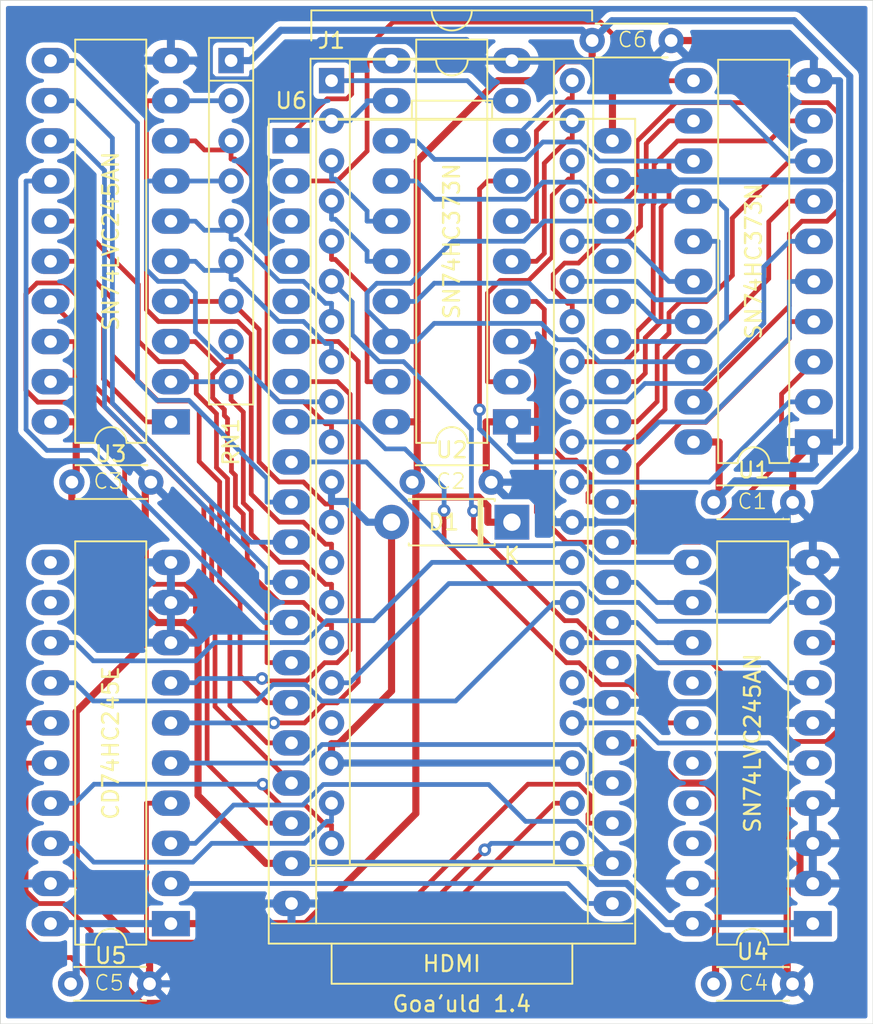
<source format=kicad_pcb>
(kicad_pcb (version 20211014) (generator pcbnew)
  (title_block (title "MSX-IDE 2021") (date "2021-08-05") (company "MSXmakers"))
  (layers (0 "F.Cu" signal "Top") (31 "B.Cu" signal "Bottom") (34 "B.Paste" user) (35 "F.Paste" user) (36 "B.SilkS" user "B.Silkscreen") (37 "F.SilkS" user "F.Silkscreen") (38 "B.Mask" user) (39 "F.Mask" user) (44 "Edge.Cuts" user))
  (net 0 "")
  (net 1 "VCC_3V3")
  (net 2 "GND")
  (net 3 "VCC_5V")
  (net 6 "MP0_33")
  (net 7 "A0")
  (net 8 "MP1_33")
  (net 9 "MP2_33")
  (net 10 "MP3_33")
  (net 11 "MERQ")
  (net 12 "IORQ")
  (net 13 "RD")
  (net 14 "WR")
  (net 15 "RESET")
  (net 16 "CLOCK")
  (net 17 "D0")
  (net 18 "D1")
  (net 19 "D2")
  (net 20 "D3")
  (net 21 "D4")
  (net 22 "D5")
  (net 23 "D6")
  (net 24 "D7")
  (net 25 "A1")
  (net 26 "A2")
  (net 27 "A3")
  (net 28 "A4")
  (net 29 "A5")
  (net 30 "A6")
  (net 31 "A7")
  (net 32 "A9")
  (net 33 "A15")
  (net 34 "A11")
  (net 35 "A10")
  (net 36 "A12")
  (net 37 "A8")
  (net 38 "A14")
  (net 39 "A13")
  (net 40 "DATADIR_33")
  (net 41 "M1")
  (net 42 "RFSH")
  (net 43 "MSEL0_33")
  (net 44 "MP4_33")
  (net 45 "MP5_33")
  (net 46 "MP6_33")
  (net 47 "WAIT")
  (net 48 "INT")
  (net 49 "MP7_33")
  (net 50 "MSEL1_33")
  (net 53 "WAIT_33")
  (net 55 "INT_33")
  (net 56 "RFSH_33")
  (net 57 "M1_33")
  (net 59 "VCC_4V7")
  (net 61 "CLOCK_33")
  (net 62 "RESET_33")
  (net 63 "WR_33")
  (net 64 "RD_33")
  (net 65 "IORQ_33")
  (net 66 "MERQ_33")
  (net 68 "D7_33")
  (net 69 "D6_33")
  (net 70 "D5_33")
  (net 71 "D4_33")
  (net 72 "D3_33")
  (net 73 "D2_33")
  (net 74 "D1_33")
  (net 75 "D0_33")
  (footprint "Package_DIP:DIP-20_W7.62mm_LongPads" (layer "F.Cu") (at 170.245 99.065 180)
    (fp_text reference "U1")
    (fp_text value "SN74HC373N")
  )
  (footprint "Mis_huellas:Tang_Nano_20k" (layer "F.Cu") (at 137.175 80.005)
    (fp_text reference "U6")
    (fp_text value "Tang_Nano_20k")
  )
  (footprint "Package_DIP:DIP-20_W7.62mm_LongPads" (layer "F.Cu") (at 129.54 129.54 180)
    (fp_text reference "U5")
    (fp_text value "CD74HC245E")
  )
  (footprint "Package_DIP:DIP-20_W7.62mm_LongPads" (layer "F.Cu") (at 129.54 97.79 180)
    (fp_text reference "U3")
    (fp_text value "SN74LVC245AN")
  )
  (footprint "Mis_huellas:C_Disc_D4.3mm_W1.9mm_P5.00mm" (layer "F.Cu") (at 163.895 133.355)
    (fp_text reference "C4")
    (fp_text value "100n" hide)
  )
  (footprint "Package_DIP:DIP-20_W7.62mm_LongPads" (layer "F.Cu") (at 170.18 129.54 180)
    (fp_text reference "U4")
    (fp_text value "SN74LVC245AN")
  )
  (footprint "Mis_huellas:C_Disc_D4.3mm_W1.9mm_P5.00mm" (layer "F.Cu") (at 156.21 73.66)
    (fp_text reference "C6")
    (fp_text value "100n" hide)
  )
  (footprint "Resistor_THT:R_Array_SIP9" (layer "F.Cu") (at 133.35 74.93 -90)
    (fp_text reference "RN1")
    (fp_text value "R_Network08")
  )
  (footprint "Diode_THT:D_DO-41_SOD81_P7.62mm_Horizontal" (layer "F.Cu") (at 151.13 104.14 180)
    (fp_text reference "D1")
    (fp_text value "1N5817")
  )
  (footprint "Mis_huellas:C_Disc_D4.3mm_W1.9mm_P5.00mm" (layer "F.Cu") (at 123.19 133.35)
    (fp_text reference "C5")
    (fp_text value "100n" hide)
  )
  (footprint "Mis_huellas:C_Disc_D4.3mm_W1.9mm_P5.00mm" (layer "F.Cu") (at 123.27 101.6)
    (fp_text reference "C3")
    (fp_text value "100n" hide)
  )
  (footprint "Package_DIP:DIP-40_W15.24mm_Socket" (layer "F.Cu") (at 139.71 76.2)
    (fp_text reference "J1")
    (fp_text value "Z80CPU")
  )
  (footprint "Mis_huellas:C_Disc_D4.3mm_W1.9mm_P5.00mm" (layer "F.Cu") (at 163.905 102.88)
    (fp_text reference "C1")
    (fp_text value "100n" hide)
  )
  (footprint "Mis_huellas:C_Disc_D4.3mm_W1.9mm_P5.00mm" (layer "F.Cu") (at 144.82 101.605)
    (fp_text reference "C2")
    (fp_text value "100n" hide)
  )
  (footprint "Package_DIP:DIP-20_W7.62mm_LongPads" (layer "F.Cu") (at 151.13 97.79 180)
    (fp_text reference "U2")
    (fp_text value "SN74HC373N")
  )
  (gr_line (start 138.43 71.755) (end 138.43 73.66) (layer "F.SilkS") (width 0.12))
  (gr_line (start 138.43 71.755) (end 156.21 71.755) (layer "F.SilkS") (width 0.12))
  (gr_arc (start 148.59 71.755) (mid 147.32 73.025) (end 146.05 71.755) (layer "F.SilkS") (width 0.12))
  (gr_line (start 156.21 71.755) (end 156.21 72.39) (layer "F.SilkS") (width 0.12))
  (gr_rect (start 118.745 71.12) (end 173.99 135.89) (layer "Edge.Cuts") (width 0.05) (fill none))
  (gr_text "Goa'uld 1.4" (at 147.955 134.62) (layer "F.SilkS") (effects (font (size 1 1))))
  (gr_text "HDMI" (at 147.32 132.08) (layer "F.SilkS") (effects (font (size 1 1))))
  (segment (start 123.5451 101.3249) (end 123.5451 97.79) (width 0.45) (layer "F.Cu") (net 1))
  (segment (start 164.1851 121.4007) (end 163.4344 120.65) (width 0.45) (layer "F.Cu") (net 1))
  (segment (start 163.4344 120.65) (end 161.6651 120.65) (width 0.45) (layer "F.Cu") (net 1))
  (segment (start 157.495 118.105) (end 159.1201 118.105) (width 0.45) (layer "F.Cu") (net 1))
  (segment (start 164.0226 129.54) (end 164.1851 129.3775) (width 0.45) (layer "F.Cu") (net 1))
  (segment (start 164.0226 133.2274) (end 163.895 133.355) (width 0.45) (layer "F.Cu") (net 1))
  (segment (start 164.1851 129.3775) (end 164.1851 121.4007) (width 0.45) (layer "F.Cu") (net 1))
  (segment (start 131.2579 111.337) (end 131.2579 121.433) (width 0.45) (layer "F.Cu") (net 1))
  (segment (start 123.27 101.6) (end 123.5451 101.3249) (width 0.45) (layer "F.Cu") (net 1))
  (segment (start 123.27 101.6) (end 123.27 105.096) (width 0.45) (layer "F.Cu") (net 1))
  (segment (start 130.4109 110.49) (end 131.2579 111.337) (width 0.45) (layer "F.Cu") (net 1))
  (segment (start 137.175 125.725) (end 135.5499 125.725) (width 0.45) (layer "F.Cu") (net 1))
  (segment (start 162.56 129.54) (end 164.0226 129.54) (width 0.45) (layer "F.Cu") (net 1))
  (segment (start 164.0226 129.54) (end 164.0226 133.2274) (width 0.45) (layer "F.Cu") (net 1))
  (segment (start 121.92 97.79) (end 123.5451 97.79) (width 0.45) (layer "F.Cu") (net 1))
  (segment (start 128.664 110.49) (end 130.4109 110.49) (width 0.45) (layer "F.Cu") (net 1))
  (segment (start 123.27 105.096) (end 128.664 110.49) (width 0.45) (layer "F.Cu") (net 1))
  (segment (start 161.6651 120.65) (end 159.1201 118.105) (width 0.45) (layer "F.Cu") (net 1))
  (segment (start 131.2579 121.433) (end 135.5499 125.725) (width 0.45) (layer "F.Cu") (net 1))
  (segment (start 156.565 126.995) (end 158.3899 126.995) (width 0.45) (layer "B.Cu") (net 1))
  (segment (start 162.56 129.54) (end 160.9349 129.54) (width 0.45) (layer "B.Cu") (net 1))
  (segment (start 158.3899 126.995) (end 160.9349 129.54) (width 0.45) (layer "B.Cu") (net 1))
  (segment (start 162.56 129.54) (end 170.18 129.54) (width 0.45) (layer "B.Cu") (net 1))
  (segment (start 155.295 125.725) (end 156.565 126.995) (width 0.45) (layer "B.Cu") (net 1))
  (segment (start 137.175 125.725) (end 155.295 125.725) (width 0.45) (layer "B.Cu") (net 1))
  (segment (start 168.905 100.405) (end 168.905 102.88) (width 0.45) (layer "F.Cu") (net 2))
  (segment (start 169.3675 124.46) (end 168.5549 124.46) (width 0.45) (layer "F.Cu") (net 2))
  (segment (start 170.245 99.065) (end 168.905 100.405) (width 0.45) (layer "F.Cu") (net 2))
  (segment (start 170.18 121.92) (end 168.5549 121.92) (width 0.45) (layer "F.Cu") (net 2))
  (segment (start 170.18 124.46) (end 169.3675 124.46) (width 0.45) (layer "F.Cu") (net 2))
  (segment (start 168.5549 121.92) (end 168.5549 124.46) (width 0.45) (layer "F.Cu") (net 2))
  (segment (start 128.19 131.6449) (end 123.5451 127) (width 0.45) (layer "F.Cu") (net 2))
  (segment (start 129.54 111.76) (end 127.9149 111.76) (width 0.45) (layer "F.Cu") (net 2))
  (segment (start 121.92 127) (end 123.5451 127) (width 0.45) (layer "F.Cu") (net 2))
  (segment (start 127.9149 111.76) (end 123.5451 116.1298) (width 0.45) (layer "F.Cu") (net 2))
  (segment (start 123.5451 116.1298) (end 123.5451 127) (width 0.45) (layer "F.Cu") (net 2))
  (segment (start 166.0749 73.66) (end 168.6199 76.205) (width 0.45) (layer "F.Cu") (net 2))
  (segment (start 170.18 127) (end 169.3675 127) (width 0.45) (layer "F.Cu") (net 2))
  (segment (start 170.245 76.205) (end 168.6199 76.205) (width 0.45) (layer "F.Cu") (net 2))
  (segment (start 168.895 133.355) (end 168.5549 133.0149) (width 0.45) (layer "F.Cu") (net 2))
  (segment (start 129.54 106.68) (end 127.9149 106.68) (width 0.45) (layer "F.Cu") (net 2))
  (segment (start 127.9149 101.9551) (end 127.9149 106.68) (width 0.45) (layer "F.Cu") (net 2))
  (segment (start 169.3675 127) (end 168.5549 127) (width 0.45) (layer "F.Cu") (net 2))
  (segment (start 149.82 101.605) (end 149.5049 101.2899) (width 0.45) (layer "F.Cu") (net 2))
  (segment (start 161.21 73.66) (end 166.0749 73.66) (width 0.45) (layer "F.Cu") (net 2))
  (segment (start 169.3675 127) (end 169.3675 124.46) (width 0.45) (layer "F.Cu") (net 2))
  (segment (start 168.5549 133.0149) (end 168.5549 127) (width 0.45) (layer "F.Cu") (net 2))
  (segment (start 128.27 101.6) (end 127.9149 101.9551) (width 0.45) (layer "F.Cu") (net 2))
  (segment (start 151.13 97.79) (end 149.5049 97.79) (width 0.45) (layer "F.Cu") (net 2))
  (segment (start 128.19 133.35) (end 128.19 131.6449) (width 0.45) (layer "F.Cu") (net 2))
  (segment (start 149.5049 101.2899) (end 149.5049 97.79) (width 0.45) (layer "F.Cu") (net 2))
  (segment (start 169.7464 106.68) (end 168.5549 106.68) (width 0.45) (layer "B.Cu") (net 2))
  (segment (start 171.8051 108.7122) (end 171.8051 116.84) (width 0.45) (layer "B.Cu") (net 2))
  (segment (start 169.7464 106.68) (end 169.7729 106.68) (width 0.45) (layer "B.Cu") (net 2))
  (segment (start 168.5549 106.68) (end 168.5549 104.14) (width 0.45) (layer "B.Cu") (net 2))
  (segment (start 129.54 74.93) (end 131.1651 74.93) (width 0.45) (layer "B.Cu") (net 2))
  (segment (start 151.13 74.93) (end 149.5049 74.93) (width 0.45) (layer "B.Cu") (net 2))
  (segment (start 137.175 128.265) (end 135.5499 128.265) (width 0.45) (layer "B.Cu") (net 2))
  (segment (start 123.5451 96.8751) (end 123.5451 95.25) (width 0.45) (layer "B.Cu") (net 2))
  (segment (start 168.5549 103.2301) (end 168.905 102.88) (width 0.45) (layer "B.Cu") (net 2))
  (segment (start 168.895 133.355) (end 166.6988 131.1588) (width 0.45) (layer "B.Cu") (net 2))
  (segment (start 170.18 116.84) (end 171.8051 116.84) (width 0.45) (layer "B.Cu") (net 2))
  (segment (start 166.6988 131.1588) (end 141.6939 131.1588) (width 0.45) (layer "B.Cu") (net 2))
  (segment (start 171.8051 121.92) (end 171.8051 116.84) (width 0.45) (layer "B.Cu") (net 2))
  (segment (start 137.175 128.265) (end 138.8001 128.265) (width 0.45) (layer "B.Cu") (net 2))
  (segment (start 129.54 111.76) (end 127.9149 111.76) (width 0.45) (layer "B.Cu") (net 2))
  (segment (start 171.8701 82.545) (end 159.1201 82.545) (width 0.45) (layer "B.Cu") (net 2))
  (segment (start 154.95 104.14) (end 153.7249 104.14) (width 0.45) (layer "B.Cu") (net 2))
  (segment (start 169.7464 116.84) (end 168.5549 116.84) (width 0.45) (layer "B.Cu") (net 2))
  (segment (start 141.6939 131.1588) (end 138.8001 128.265) (width 0.45) (layer "B.Cu") (net 2))
  (segment (start 149.82 101.605) (end 151.4437 101.605) (width 0.45) (layer "B.Cu") (net 2))
  (segment (start 148.235 73.6601) (end 139.0251 73.6601) (width 0.45) (layer "B.Cu") (net 2))
  (segment (start 132.287 76.1551) (end 131.1651 75.0332) (width 0.45) (layer "B.Cu") (net 2))
  (segment (start 135.5499 128.265) (end 130.4649 133.35) (width 0.45) (layer "B.Cu") (net 2))
  (segment (start 136.5301 76.1551) (end 132.287 76.1551) (width 0.45) (layer "B.Cu") (net 2))
  (segment (start 167.2799 115.565) (end 157.495 115.565) (width 0.45) (layer "B.Cu") (net 2))
  (segment (start 171.8701 82.545) (end 171.8701 76.205) (width 0.45) (layer "B.Cu") (net 2))
  (segment (start 128.27 101.6) (end 123.5451 96.8751) (width 0.45) (layer "B.Cu") (net 2))
  (segment (start 169.7464 116.84) (end 170.18 116.84) (width 0.45) (layer "B.Cu") (net 2))
  (segment (start 159.94 74.93) (end 151.13 74.93) (width 0.45) (layer "B.Cu") (net 2))
  (segment (start 169.7729 106.68) (end 171.8051 108.7122) (width 0.45) (layer "B.Cu") (net 2))
  (segment (start 131.1651 75.0332) (end 131.1651 74.93) (width 0.45) (layer "B.Cu") (net 2))
  (segment (start 129.54 106.68) (end 127.9149 106.68) (width 0.45) (layer "B.Cu") (net 2))
  (segment (start 162.56 127) (end 170.18 127) (width 0.45) (layer "B.Cu") (net 2))
  (segment (start 121.92 95.25) (end 123.5451 95.25) (width 0.45) (layer "B.Cu") (net 2))
  (segment (start 168.5549 116.84) (end 167.2799 115.565) (width 0.45) (layer "B.Cu") (net 2))
  (segment (start 170.245 76.205) (end 171.8701 76.205) (width 0.45) (layer "B.Cu") (net 2))
  (segment (start 170.18 106.68) (end 169.7464 106.68) (width 0.45) (layer "B.Cu") (net 2))
  (segment (start 127.9149 111.76) (end 127.9149 109.22) (width 0.45) (layer "B.Cu") (net 2))
  (segment (start 149.5049 74.93) (end 148.235 73.6601) (width 0.45) (layer "B.Cu") (net 2))
  (segment (start 168.5549 104.14) (end 168.5549 103.2301) (width 0.45) (layer "B.Cu") (net 2))
  (segment (start 153.7249 103.8862) (end 153.7249 104.14) (width 0.45) (layer "B.Cu") (net 2))
  (segment (start 157.495 82.545) (end 159.1201 82.545) (width 0.45) (layer "B.Cu") (net 2))
  (segment (start 139.0251 73.6601) (end 136.5301 76.1551) (width 0.45) (layer "B.Cu") (net 2))
  (segment (start 168.5549 104.14) (end 154.95 104.14) (width 0.45) (layer "B.Cu") (net 2))
  (segment (start 171.8701 99.065) (end 171.8701 82.545) (width 0.45) (layer "B.Cu") (net 2))
  (segment (start 127.9149 106.68) (end 127.9149 109.22) (width 0.45) (layer "B.Cu") (net 2))
  (segment (start 130.4649 133.35) (end 128.19 133.35) (width 0.45) (layer "B.Cu") (net 2))
  (segment (start 170.245 99.065) (end 171.8701 99.065) (width 0.45) (layer "B.Cu") (net 2))
  (segment (start 151.4437 101.605) (end 153.7249 103.8862) (width 0.45) (layer "B.Cu") (net 2))
  (segment (start 161.21 73.66) (end 159.94 74.93) (width 0.45) (layer "B.Cu") (net 2))
  (segment (start 170.18 121.92) (end 171.8051 121.92) (width 0.45) (layer "B.Cu") (net 2))
  (segment (start 129.54 109.22) (end 127.9149 109.22) (width 0.45) (layer "B.Cu") (net 2))
  (segment (start 139.71 118.1549) (end 140.1694 118.1549) (width 0.45) (layer "F.Cu") (net 3))
  (segment (start 143.51 114.8143) (end 143.51 104.14) (width 0.45) (layer "F.Cu") (net 3))
  (segment (start 139.71 119.38) (end 139.71 118.1549) (width 0.45) (layer "F.Cu") (net 3))
  (segment (start 140.1694 118.1549) (end 143.51 114.8143) (width 0.45) (layer "F.Cu") (net 3))
  (segment (start 140.67 102.8251) (end 139.71 102.8251) (width 0.45) (layer "B.Cu") (net 3))
  (segment (start 141.9849 104.14) (end 140.67 102.8251) (width 0.45) (layer "B.Cu") (net 3))
  (segment (start 143.51 104.14) (end 141.9849 104.14) (width 0.45) (layer "B.Cu") (net 3))
  (segment (start 139.71 101.6) (end 139.71 102.8251) (width 0.45) (layer "B.Cu") (net 3))
  (segment (start 154.95 119.38) (end 139.71 119.38) (width 0.45) (layer "B.Cu") (net 3))
  (segment (start 152.6801 92.71) (end 152.6801 103.5081) (width 0.3) (layer "F.Cu") (net 6))
  (segment (start 152.6801 103.5081) (end 154.577 105.405) (width 0.3) (layer "F.Cu") (net 6))
  (segment (start 168.2021 96.0279) (end 170.245 93.985) (width 0.3) (layer "F.Cu") (net 6))
  (segment (start 151.13 92.71) (end 152.6801 92.71) (width 0.3) (layer "F.Cu") (net 6))
  (segment (start 157.495 105.405) (end 163.0186 105.405) (width 0.3) (layer "F.Cu") (net 6))
  (segment (start 154.577 105.405) (end 157.495 105.405) (width 0.3) (layer "F.Cu") (net 6))
  (segment (start 163.0186 105.405) (end 168.2021 100.2215) (width 0.3) (layer "F.Cu") (net 6))
  (segment (start 168.2021 100.2215) (end 168.2021 96.0279) (width 0.3) (layer "F.Cu") (net 6))
  (segment (start 170.245 96.525) (end 168.6949 96.525) (width 0.3) (layer "B.Cu") (net 7))
  (segment (start 163.6199 101.6) (end 168.6949 96.525) (width 0.3) (layer "B.Cu") (net 7))
  (segment (start 154.95 101.6) (end 163.6199 101.6) (width 0.3) (layer "B.Cu") (net 7))
  (segment (start 170.245 91.445) (end 168.6949 91.445) (width 0.3) (layer "F.Cu") (net 8))
  (segment (start 154.453 100.2102) (end 155.1921 100.2102) (width 0.3) (layer "F.Cu") (net 8))
  (segment (start 153.1803 90.6702) (end 153.1803 98.9375) (width 0.3) (layer "F.Cu") (net 8))
  (segment (start 155.9449 102.3104) (end 155.9449 102.865) (width 0.3) (layer "F.Cu") (net 8))
  (segment (start 156.1134 102.1419) (end 155.9449 102.3104) (width 0.3) (layer "F.Cu") (net 8))
  (segment (start 168.6949 92.5208) (end 168.6949 91.445) (width 0.3) (layer "F.Cu") (net 8))
  (segment (start 159.0451 102.865) (end 159.0451 100.5883) (width 0.3) (layer "F.Cu") (net 8))
  (segment (start 152.6801 90.17) (end 153.1803 90.6702) (width 0.3) (layer "F.Cu") (net 8))
  (segment (start 157.495 102.865) (end 159.0451 102.865) (width 0.3) (layer "F.Cu") (net 8))
  (segment (start 159.0451 100.5883) (end 161.8145 97.8189) (width 0.3) (layer "F.Cu") (net 8))
  (segment (start 157.495 102.865) (end 155.9449 102.865) (width 0.3) (layer "F.Cu") (net 8))
  (segment (start 156.1134 101.1315) (end 156.1134 102.1419) (width 0.3) (layer "F.Cu") (net 8))
  (segment (start 151.13 90.17) (end 152.6801 90.17) (width 0.3) (layer "F.Cu") (net 8))
  (segment (start 153.1803 98.9375) (end 154.453 100.2102) (width 0.3) (layer "F.Cu") (net 8))
  (segment (start 163.3968 97.8189) (end 168.6949 92.5208) (width 0.3) (layer "F.Cu") (net 8))
  (segment (start 161.8145 97.8189) (end 163.3968 97.8189) (width 0.3) (layer "F.Cu") (net 8))
  (segment (start 155.1921 100.2102) (end 156.1134 101.1315) (width 0.3) (layer "F.Cu") (net 8))
  (segment (start 161.8263 92.715) (end 160.8249 93.7164) (width 0.3) (layer "F.Cu") (net 9))
  (segment (start 149.5799 82.55) (end 149.0797 83.0502) (width 0.3) (layer "F.Cu") (net 9))
  (segment (start 149.0797 83.0502) (end 149.0797 97.0266) (width 0.3) (layer "F.Cu") (net 9))
  (segment (start 151.13 82.55) (end 149.5799 82.55) (width 0.3) (layer "F.Cu") (net 9))
  (segment (start 170.245 83.825) (end 168.6949 83.825) (width 0.3) (layer "F.Cu") (net 9))
  (segment (start 168.6949 83.825) (end 167.3919 85.128) (width 0.3) (layer "F.Cu") (net 9))
  (segment (start 167.3919 88.7252) (end 163.4021 92.715) (width 0.3) (layer "F.Cu") (net 9))
  (segment (start 167.3919 85.128) (end 167.3919 88.7252) (width 0.3) (layer "F.Cu") (net 9))
  (segment (start 160.8249 93.7164) (end 160.8249 96.9951) (width 0.3) (layer "F.Cu") (net 9))
  (segment (start 160.8249 96.9951) (end 157.495 100.325) (width 0.3) (layer "F.Cu") (net 9))
  (segment (start 163.4021 92.715) (end 161.8263 92.715) (width 0.3) (layer "F.Cu") (net 9))
  (via (at 149.0797 97.0266) (size 0.8) (drill 0.4) (layers "F.Cu" "B.Cu") (net 9))
  (segment (start 157.495 100.325) (end 155.9449 100.325) (width 0.3) (layer "B.Cu") (net 9))
  (segment (start 155.9449 100.325) (end 151.1675 100.325) (width 0.3) (layer "B.Cu") (net 9))
  (segment (start 151.1675 100.325) (end 149.0797 98.2372) (width 0.3) (layer "B.Cu") (net 9))
  (segment (start 149.0797 98.2372) (end 149.0797 97.0266) (width 0.3) (layer "B.Cu") (net 9))
  (segment (start 161.0749 92.1702) (end 160.3247 92.9204) (width 0.3) (layer "F.Cu") (net 10))
  (segment (start 165.086 84.8939) (end 165.086 88.5206) (width 0.3) (layer "F.Cu") (net 10))
  (segment (start 161.7956 90.175) (end 161.0749 90.8957) (width 0.3) (layer "F.Cu") (net 10))
  (segment (start 160.3247 92.9204) (end 160.3247 96.5054) (width 0.3) (layer "F.Cu") (net 10))
  (segment (start 168.6949 81.285) (end 165.086 84.8939) (width 0.3) (layer "F.Cu") (net 10))
  (segment (start 160.3247 96.5054) (end 159.0451 97.785) (width 0.3) (layer "F.Cu") (net 10))
  (segment (start 163.4316 90.175) (end 161.7956 90.175) (width 0.3) (layer "F.Cu") (net 10))
  (segment (start 161.0749 90.8957) (end 161.0749 92.1702) (width 0.3) (layer "F.Cu") (net 10))
  (segment (start 157.495 97.785) (end 159.0451 97.785) (width 0.3) (layer "F.Cu") (net 10))
  (segment (start 170.245 81.285) (end 168.6949 81.285) (width 0.3) (layer "F.Cu") (net 10))
  (segment (start 165.086 88.5206) (end 163.4316 90.175) (width 0.3) (layer "F.Cu") (net 10))
  (segment (start 153.5778 77.5622) (end 164.9721 77.5622) (width 0.3) (layer "B.Cu") (net 10))
  (segment (start 170.245 81.285) (end 168.6949 81.285) (width 0.3) (layer "B.Cu") (net 10))
  (segment (start 164.9721 77.5622) (end 168.6949 81.285) (width 0.3) (layer "B.Cu") (net 10))
  (segment (start 151.13 80.01) (end 153.5778 77.5622) (width 0.3) (layer "B.Cu") (net 10))
  (segment (start 139.71 121.92) (end 139.71 123.0701) (width 0.3) (layer "B.Cu") (net 11))
  (segment (start 130.93 125.6505) (end 132.1207 124.4598) (width 0.3) (layer "B.Cu") (net 11))
  (segment (start 139.3949 123.0701) (end 139.71 123.0701) (width 0.3) (layer "B.Cu") (net 11))
  (segment (start 123.4701 124.46) (end 124.6606 125.6505) (width 0.3) (layer "B.Cu") (net 11))
  (segment (start 124.6606 125.6505) (end 130.93 125.6505) (width 0.3) (layer "B.Cu") (net 11))
  (segment (start 132.1207 124.4598) (end 138.0052 124.4598) (width 0.3) (layer "B.Cu") (net 11))
  (segment (start 138.0052 124.4598) (end 139.3949 123.0701) (width 0.3) (layer "B.Cu") (net 11))
  (segment (start 121.92 124.46) (end 123.4701 124.46) (width 0.3) (layer "B.Cu") (net 11))
  (segment (start 135.3568 120.9059) (end 135.3568 120.7191) (width 0.3) (layer "F.Cu") (net 12))
  (segment (start 139.71 124.46) (end 139.71 123.3099) (width 0.3) (layer "F.Cu") (net 12))
  (segment (start 139.71 123.3099) (end 139.3265 123.3099) (width 0.3) (layer "F.Cu") (net 12))
  (segment (start 139.3265 123.3099) (end 138.0514 122.0348) (width 0.3) (layer "F.Cu") (net 12))
  (segment (start 138.0514 122.0348) (end 136.4857 122.0348) (width 0.3) (layer "F.Cu") (net 12))
  (segment (start 136.4857 122.0348) (end 135.3568 120.9059) (width 0.3) (layer "F.Cu") (net 12))
  (via (at 135.3568 120.7191) (size 0.8) (drill 0.4) (layers "F.Cu" "B.Cu") (net 12))
  (segment (start 123.4701 121.92) (end 124.671 120.7191) (width 0.3) (layer "B.Cu") (net 12))
  (segment (start 124.671 120.7191) (end 135.3568 120.7191) (width 0.3) (layer "B.Cu") (net 12))
  (segment (start 121.92 121.92) (end 123.4701 121.92) (width 0.3) (layer "B.Cu") (net 12))
  (segment (start 121.92 119.38) (end 120.3699 119.38) (width 0.3) (layer "F.Cu") (net 13))
  (segment (start 124.4901 130.0126) (end 122.7475 128.27) (width 0.3) (layer "F.Cu") (net 13))
  (segment (start 149.4085 124.8687) (end 139.7645 134.5127) (width 0.3) (layer "F.Cu") (net 13))
  (segment (start 121.1617 128.27) (end 120.3699 127.4782) (width 0.3) (layer "F.Cu") (net 13))
  (segment (start 139.7645 134.5127) (end 127.677 134.5127) (width 0.3) (layer "F.Cu") (net 13))
  (segment (start 120.3699 127.4782) (end 120.3699 119.38) (width 0.3) (layer "F.Cu") (net 13))
  (segment (start 127.677 134.5127) (end 124.4901 131.3258) (width 0.3) (layer "F.Cu") (net 13))
  (segment (start 122.7475 128.27) (end 121.1617 128.27) (width 0.3) (layer "F.Cu") (net 13))
  (segment (start 124.4901 131.3258) (end 124.4901 130.0126) (width 0.3) (layer "F.Cu") (net 13))
  (via (at 149.4085 124.8687) (size 0.8) (drill 0.4) (layers "F.Cu" "B.Cu") (net 13))
  (segment (start 154.95 124.46) (end 149.8172 124.46) (width 0.3) (layer "B.Cu") (net 13))
  (segment (start 149.8172 124.46) (end 149.4085 124.8687) (width 0.3) (layer "B.Cu") (net 13))
  (segment (start 153.7999 121.92) (end 140.6617 135.0582) (width 0.3) (layer "F.Cu") (net 14))
  (segment (start 123.2271 131.6864) (end 122.0379 131.6864) (width 0.3) (layer "F.Cu") (net 14))
  (segment (start 154.95 121.92) (end 153.7999 121.92) (width 0.3) (layer "F.Cu") (net 14))
  (segment (start 140.6617 135.0582) (end 126.5989 135.0582) (width 0.3) (layer "F.Cu") (net 14))
  (segment (start 126.5989 135.0582) (end 123.2271 131.6864) (width 0.3) (layer "F.Cu") (net 14))
  (segment (start 122.0379 131.6864) (end 119.8474 129.4959) (width 0.3) (layer "F.Cu") (net 14))
  (segment (start 121.92 116.84) (end 120.3699 116.84) (width 0.3) (layer "F.Cu") (net 14))
  (segment (start 119.8474 129.4959) (end 119.8474 117.3625) (width 0.3) (layer "F.Cu") (net 14))
  (segment (start 119.8474 117.3625) (end 120.3699 116.84) (width 0.3) (layer "F.Cu") (net 14))
  (segment (start 167.3599 113.03) (end 168.6299 114.3) (width 0.3) (layer "B.Cu") (net 15))
  (segment (start 170.18 114.3) (end 168.6299 114.3) (width 0.3) (layer "B.Cu") (net 15))
  (segment (start 154.95 111.76) (end 159.1409 111.76) (width 0.3) (layer "B.Cu") (net 15))
  (segment (start 159.1409 111.76) (end 160.4109 113.03) (width 0.3) (layer "B.Cu") (net 15))
  (segment (start 160.4109 113.03) (end 167.3599 113.03) (width 0.3) (layer "B.Cu") (net 15))
  (segment (start 171.7301 117.3423) (end 171.0584 118.014) (width 0.3) (layer "F.Cu") (net 16))
  (segment (start 171.0584 118.014) (end 168.7668 118.014) (width 0.3) (layer "F.Cu") (net 16))
  (segment (start 171.7301 111.76) (end 171.7301 117.3423) (width 0.3) (layer "F.Cu") (net 16))
  (segment (start 156.6549 111.755) (end 155.2701 110.3702) (width 0.3) (layer "F.Cu") (net 16))
  (segment (start 159.1359 111.755) (end 156.6549 111.755) (width 0.3) (layer "F.Cu") (net 16))
  (segment (start 148.6992 104.5971) (end 148.6992 103.4315) (width 0.3) (layer "F.Cu") (net 16))
  (segment (start 170.18 111.76) (end 171.7301 111.76) (width 0.3) (layer "F.Cu") (net 16))
  (segment (start 168.7668 118.014) (end 163.7828 113.03) (width 0.3) (layer "F.Cu") (net 16))
  (segment (start 163.7828 113.03) (end 160.4109 113.03) (width 0.3) (layer "F.Cu") (net 16))
  (segment (start 154.4723 110.3702) (end 148.6992 104.5971) (width 0.3) (layer "F.Cu") (net 16))
  (segment (start 155.2701 110.3702) (end 154.4723 110.3702) (width 0.3) (layer "F.Cu") (net 16))
  (segment (start 160.4109 113.03) (end 159.1359 111.755) (width 0.3) (layer "F.Cu") (net 16))
  (via (at 148.6992 103.4315) (size 0.8) (drill 0.4) (layers "F.Cu" "B.Cu") (net 16))
  (segment (start 141.0162 92.2713) (end 141.0162 90.2062) (width 0.3) (layer "B.Cu") (net 16))
  (segment (start 144.2713 93.98) (end 142.7249 93.98) (width 0.3) (layer "B.Cu") (net 16))
  (segment (start 148.6992 103.4315) (end 148.5662 103.2985) (width 0.3) (layer "B.Cu") (net 16))
  (segment (start 141.0162 90.2062) (end 139.71 88.9) (width 0.3) (layer "B.Cu") (net 16))
  (segment (start 148.5662 98.2749) (end 144.2713 93.98) (width 0.3) (layer "B.Cu") (net 16))
  (segment (start 142.7249 93.98) (end 141.0162 92.2713) (width 0.3) (layer "B.Cu") (net 16))
  (segment (start 148.5662 103.2985) (end 148.5662 98.2749) (width 0.3) (layer "B.Cu") (net 16))
  (segment (start 139.3265 108.0699) (end 139.71 108.0699) (width 0.3) (layer "F.Cu") (net 17))
  (segment (start 139.71 109.22) (end 139.71 108.0699) (width 0.3) (layer "F.Cu") (net 17))
  (segment (start 134.1245 102.9264) (end 134.6246 103.4265) (width 0.3) (layer "F.Cu") (net 17))
  (segment (start 133.35 96.4001) (end 134.1245 97.1746) (width 0.3) (layer "F.Cu") (net 17))
  (segment (start 134.6246 103.4265) (end 134.6246 104.8819) (width 0.3) (layer "F.Cu") (net 17))
  (segment (start 133.35 95.25) (end 133.35 96.4001) (width 0.3) (layer "F.Cu") (net 17))
  (segment (start 137.9316 106.675) (end 139.3265 108.0699) (width 0.3) (layer "F.Cu") (net 17))
  (segment (start 134.1245 97.1746) (end 134.1245 102.9264) (width 0.3) (layer "F.Cu") (net 17))
  (segment (start 136.4177 106.675) (end 137.9316 106.675) (width 0.3) (layer "F.Cu") (net 17))
  (segment (start 134.6246 104.8819) (end 136.4177 106.675) (width 0.3) (layer "F.Cu") (net 17))
  (segment (start 133.35 95.25) (end 129.54 95.25) (width 0.3) (layer "B.Cu") (net 17))
  (segment (start 132.676 94.2958) (end 132.1857 94.7861) (width 0.3) (layer "F.Cu") (net 18))
  (segment (start 133.1243 99.9282) (end 133.3743 100.1782) (width 0.3) (layer "F.Cu") (net 18))
  (segment (start 133.6244 103.1336) (end 134.1245 103.6337) (width 0.3) (layer "F.Cu") (net 18))
  (segment (start 132.676 94.2958) (end 131.0901 92.71) (width 0.3) (layer "F.Cu") (net 18))
  (segment (start 139.71 111.76) (end 139.71 110.6099) (width 0.3) (layer "F.Cu") (net 18))
  (segment (start 134.1245 103.6337) (end 134.1245 105.2694) (width 0.3) (layer "F.Cu") (net 18))
  (segment (start 132.9248 97.3893) (end 133.1243 97.5888) (width 0.3) (layer "F.Cu") (net 18))
  (segment (start 137.9316 109.215) (end 139.3265 110.6099) (width 0.3) (layer "F.Cu") (net 18))
  (segment (start 132.9248 97.0093) (end 132.9248 97.3893) (width 0.3) (layer "F.Cu") (net 18))
  (segment (start 136.3982 109.215) (end 137.9316 109.215) (width 0.3) (layer "F.Cu") (net 18))
  (segment (start 134.7478 107.5646) (end 136.3982 109.215) (width 0.3) (layer "F.Cu") (net 18))
  (segment (start 132.1857 96.2702) (end 132.9248 97.0093) (width 0.3) (layer "F.Cu") (net 18))
  (segment (start 132.676 94.2958) (end 133.1117 93.8601) (width 0.3) (layer "F.Cu") (net 18))
  (segment (start 132.1857 94.7861) (end 132.1857 96.2702) (width 0.3) (layer "F.Cu") (net 18))
  (segment (start 133.35 92.71) (end 133.35 93.8601) (width 0.3) (layer "F.Cu") (net 18))
  (segment (start 133.6244 101.1783) (end 133.6244 103.1336) (width 0.3) (layer "F.Cu") (net 18))
  (segment (start 133.3743 100.1782) (end 133.3743 100.9282) (width 0.3) (layer "F.Cu") (net 18))
  (segment (start 134.3745 105.5194) (end 134.3745 106.4841) (width 0.3) (layer "F.Cu") (net 18))
  (segment (start 134.7478 106.8574) (end 134.7478 107.5646) (width 0.3) (layer "F.Cu") (net 18))
  (segment (start 129.54 92.71) (end 131.0901 92.71) (width 0.3) (layer "F.Cu") (net 18))
  (segment (start 133.3743 100.9282) (end 133.6244 101.1783) (width 0.3) (layer "F.Cu") (net 18))
  (segment (start 133.1243 97.5888) (end 133.1243 99.9282) (width 0.3) (layer "F.Cu") (net 18))
  (segment (start 134.3745 106.4841) (end 134.7478 106.8574) (width 0.3) (layer "F.Cu") (net 18))
  (segment (start 134.1245 105.2694) (end 134.3745 105.5194) (width 0.3) (layer "F.Cu") (net 18))
  (segment (start 133.1117 93.8601) (end 133.35 93.8601) (width 0.3) (layer "F.Cu") (net 18))
  (segment (start 139.3265 110.6099) (end 139.71 110.6099) (width 0.3) (layer "F.Cu") (net 18))
  (segment (start 137.9316 101.595) (end 136.3891 101.595) (width 0.3) (layer "F.Cu") (net 19))
  (segment (start 135.1247 91.9447) (end 133.35 90.17) (width 0.3) (layer "F.Cu") (net 19))
  (segment (start 139.71 102.9899) (end 139.3265 102.9899) (width 0.3) (layer "F.Cu") (net 19))
  (segment (start 139.3265 102.9899) (end 137.9316 101.595) (width 0.3) (layer "F.Cu") (net 19))
  (segment (start 133.35 90.17) (end 131.0901 90.17) (width 0.3) (layer "F.Cu") (net 19))
  (segment (start 139.71 104.14) (end 139.71 102.9899) (width 0.3) (layer "F.Cu") (net 19))
  (segment (start 135.1247 100.3306) (end 135.1247 91.9447) (width 0.3) (layer "F.Cu") (net 19))
  (segment (start 129.54 90.17) (end 131.0901 90.17) (width 0.3) (layer "F.Cu") (net 19))
  (segment (start 136.3891 101.595) (end 135.1247 100.3306) (width 0.3) (layer "F.Cu") (net 19))
  (segment (start 131.6651 88.205) (end 131.0901 87.63) (width 0.3) (layer "B.Cu") (net 20))
  (segment (start 129.54 87.63) (end 131.0901 87.63) (width 0.3) (layer "B.Cu") (net 20))
  (segment (start 133.35 88.205) (end 131.6651 88.205) (width 0.3) (layer "B.Cu") (net 20))
  (segment (start 136.3645 91.435) (end 133.7096 88.7801) (width 0.3) (layer "B.Cu") (net 20))
  (segment (start 137.9316 91.435) (end 136.3645 91.435) (width 0.3) (layer "B.Cu") (net 20))
  (segment (start 133.7096 88.7801) (end 133.35 88.7801) (width 0.3) (layer "B.Cu") (net 20))
  (segment (start 133.35 87.63) (end 133.35 88.205) (width 0.3) (layer "B.Cu") (net 20))
  (segment (start 139.3265 92.8299) (end 137.9316 91.435) (width 0.3) (layer "B.Cu") (net 20))
  (segment (start 133.35 88.205) (end 133.35 88.7801) (width 0.3) (layer "B.Cu") (net 20))
  (segment (start 139.71 93.98) (end 139.71 92.8299) (width 0.3) (layer "B.Cu") (net 20))
  (segment (start 139.71 92.8299) (end 139.3265 92.8299) (width 0.3) (layer "B.Cu") (net 20))
  (segment (start 139.3265 90.2899) (end 137.9316 88.895) (width 0.3) (layer "B.Cu") (net 21))
  (segment (start 133.35 85.665) (end 131.6651 85.665) (width 0.3) (layer "B.Cu") (net 21))
  (segment (start 133.7409 86.2401) (end 133.35 86.2401) (width 0.3) (layer "B.Cu") (net 21))
  (segment (start 133.35 85.09) (end 133.35 85.665) (width 0.3) (layer "B.Cu") (net 21))
  (segment (start 139.71 90.2899) (end 139.3265 90.2899) (width 0.3) (layer "B.Cu") (net 21))
  (segment (start 133.35 85.665) (end 133.35 86.2401) (width 0.3) (layer "B.Cu") (net 21))
  (segment (start 131.6651 85.665) (end 131.0901 85.09) (width 0.3) (layer "B.Cu") (net 21))
  (segment (start 139.71 91.44) (end 139.71 90.2899) (width 0.3) (layer "B.Cu") (net 21))
  (segment (start 129.54 85.09) (end 131.0901 85.09) (width 0.3) (layer "B.Cu") (net 21))
  (segment (start 137.9316 88.895) (end 136.3958 88.895) (width 0.3) (layer "B.Cu") (net 21))
  (segment (start 136.3958 88.895) (end 133.7409 86.2401) (width 0.3) (layer "B.Cu") (net 21))
  (segment (start 129.54 82.55) (end 127.9899 82.55) (width 0.3) (layer "B.Cu") (net 22))
  (segment (start 127.9899 88.1565) (end 127.9899 82.55) (width 0.3) (layer "B.Cu") (net 22))
  (segment (start 128.7334 88.9) (end 127.9899 88.1565) (width 0.3) (layer "B.Cu") (net 22))
  (segment (start 131.0902 92.1067) (end 131.0902 89.6208) (width 0.3) (layer "B.Cu") (net 22))
  (segment (start 132.9635 93.98) (end 131.0902 92.1067) (width 0.3) (layer "B.Cu") (net 22))
  (segment (start 133.35 82.55) (end 129.54 82.55) (width 0.3) (layer "B.Cu") (net 22))
  (segment (start 139.71 96.52) (end 136.3917 96.52) (width 0.3) (layer "B.Cu") (net 22))
  (segment (start 133.8517 93.98) (end 132.9635 93.98) (width 0.3) (layer "B.Cu") (net 22))
  (segment (start 136.3917 96.52) (end 133.8517 93.98) (width 0.3) (layer "B.Cu") (net 22))
  (segment (start 131.0902 89.6208) (end 130.3694 88.9) (width 0.3) (layer "B.Cu") (net 22))
  (segment (start 130.3694 88.9) (end 128.7334 88.9) (width 0.3) (layer "B.Cu") (net 22))
  (segment (start 133.35 80.01) (end 133.35 80.585) (width 0.3) (layer "F.Cu") (net 23))
  (segment (start 133.35 80.585) (end 133.35 81.1601) (width 0.3) (layer "F.Cu") (net 23))
  (segment (start 133.5883 81.1601) (end 133.35 81.1601) (width 0.3) (layer "F.Cu") (net 23))
  (segment (start 136.3891 96.515) (end 135.6248 95.7507) (width 0.3) (layer "F.Cu") (net 23))
  (segment (start 129.54 80.01) (end 131.0901 80.01) (width 0.3) (layer "F.Cu") (net 23))
  (segment (start 139.3265 97.9099) (end 137.9316 96.515) (width 0.3) (layer "F.Cu") (net 23))
  (segment (start 135.6248 83.1966) (end 133.5883 81.1601) (width 0.3) (layer "F.Cu") (net 23))
  (segment (start 133.35 80.585) (end 131.6651 80.585) (width 0.3) (layer "F.Cu") (net 23))
  (segment (start 131.6651 80.585) (end 131.0901 80.01) (width 0.3) (layer "F.Cu") (net 23))
  (segment (start 139.71 99.06) (end 139.71 97.9099) (width 0.3) (layer "F.Cu") (net 23))
  (segment (start 137.9316 96.515) (end 136.3891 96.515) (width 0.3) (layer "F.Cu") (net 23))
  (segment (start 135.6248 95.7507) (end 135.6248 83.1966) (width 0.3) (layer "F.Cu") (net 23))
  (segment (start 139.71 97.9099) (end 139.3265 97.9099) (width 0.3) (layer "F.Cu") (net 23))
  (segment (start 127.9899 90.6785) (end 127.9899 77.47) (width 0.3) (layer "F.Cu") (net 24))
  (segment (start 129.54 77.47) (end 127.9899 77.47) (width 0.3) (layer "F.Cu") (net 24))
  (segment (start 137.9316 104.135) (end 136.3928 104.135) (width 0.3) (layer "F.Cu") (net 24))
  (segment (start 139.71 106.68) (end 139.71 105.5299) (width 0.3) (layer "F.Cu") (net 24))
  (segment (start 136.3928 104.135) (end 134.6246 102.3668) (width 0.3) (layer "F.Cu") (net 24))
  (segment (start 134.6246 102.3668) (end 134.6246 92.2848) (width 0.3) (layer "F.Cu") (net 24))
  (segment (start 139.3265 105.5299) (end 137.9316 104.135) (width 0.3) (layer "F.Cu") (net 24))
  (segment (start 139.71 105.5299) (end 139.3265 105.5299) (width 0.3) (layer "F.Cu") (net 24))
  (segment (start 128.7514 91.44) (end 127.9899 90.6785) (width 0.3) (layer "F.Cu") (net 24))
  (segment (start 134.6246 92.2848) (end 133.7798 91.44) (width 0.3) (layer "F.Cu") (net 24))
  (segment (start 133.7798 91.44) (end 128.7514 91.44) (width 0.3) (layer "F.Cu") (net 24))
  (segment (start 133.35 77.47) (end 129.54 77.47) (width 0.3) (layer "B.Cu") (net 24))
  (segment (start 170.245 88.905) (end 168.6949 88.905) (width 0.3) (layer "B.Cu") (net 25))
  (segment (start 159.1775 99.06) (end 160.4425 97.795) (width 0.3) (layer "B.Cu") (net 25))
  (segment (start 163.3865 97.795) (end 168.6949 92.4866) (width 0.3) (layer "B.Cu") (net 25))
  (segment (start 160.4425 97.795) (end 163.3865 97.795) (width 0.3) (layer "B.Cu") (net 25))
  (segment (start 168.6949 92.4866) (end 168.6949 88.905) (width 0.3) (layer "B.Cu") (net 25))
  (segment (start 154.95 99.06) (end 159.1775 99.06) (width 0.3) (layer "B.Cu") (net 25))
  (segment (start 163.2767 95.3605) (end 159.5486 95.3605) (width 0.3) (layer "B.Cu") (net 26))
  (segment (start 167.0809 87.979) (end 167.0809 91.5563) (width 0.3) (layer "B.Cu") (net 26))
  (segment (start 167.0809 91.5563) (end 163.2767 95.3605) (width 0.3) (layer "B.Cu") (net 26))
  (segment (start 168.6949 86.365) (end 167.0809 87.979) (width 0.3) (layer "B.Cu") (net 26))
  (segment (start 159.5486 95.3605) (end 158.3891 96.52) (width 0.3) (layer "B.Cu") (net 26))
  (segment (start 158.3891 96.52) (end 154.95 96.52) (width 0.3) (layer "B.Cu") (net 26))
  (segment (start 170.245 86.365) (end 168.6949 86.365) (width 0.3) (layer "B.Cu") (net 26))
  (segment (start 159.0452 92.0785) (end 160.0746 91.0491) (width 0.3) (layer "F.Cu") (net 27))
  (segment (start 167.4249 80.015) (end 168.6949 78.745) (width 0.3) (layer "F.Cu") (net 27))
  (segment (start 158.2889 93.98) (end 159.0452 93.2237) (width 0.3) (layer "F.Cu") (net 27))
  (segment (start 161.6123 80.015) (end 167.4249 80.015) (width 0.3) (layer "F.Cu") (net 27))
  (segment (start 160.0746 91.0491) (end 160.0746 84.0158) (width 0.3) (layer "F.Cu") (net 27))
  (segment (start 159.0452 93.2237) (end 159.0452 92.0785) (width 0.3) (layer "F.Cu") (net 27))
  (segment (start 154.95 93.98) (end 158.2889 93.98) (width 0.3) (layer "F.Cu") (net 27))
  (segment (start 160.1331 83.9573) (end 160.1331 81.4942) (width 0.3) (layer "F.Cu") (net 27))
  (segment (start 170.245 78.745) (end 168.6949 78.745) (width 0.3) (layer "F.Cu") (net 27))
  (segment (start 160.1331 81.4942) (end 161.6123 80.015) (width 0.3) (layer "F.Cu") (net 27))
  (segment (start 160.0746 84.0158) (end 160.1331 83.9573) (width 0.3) (layer "F.Cu") (net 27))
  (segment (start 154.466 87.7407) (end 155.3476 87.7407) (width 0.3) (layer "F.Cu") (net 28))
  (segment (start 158.3227 86.355) (end 159.274 85.4037) (width 0.3) (layer "F.Cu") (net 28))
  (segment (start 159.274 85.4037) (end 159.274 84.1092) (width 0.3) (layer "F.Cu") (net 28))
  (segment (start 153.7404 89.3678) (end 153.7404 88.4663) (width 0.3) (layer "F.Cu") (net 28))
  (segment (start 154.95 91.44) (end 154.95 90.2899) (width 0.3) (layer "F.Cu") (net 28))
  (segment (start 153.7404 88.4663) (end 154.466 87.7407) (width 0.3) (layer "F.Cu") (net 28))
  (segment (start 154.6625 90.2899) (end 153.7404 89.3678) (width 0.3) (layer "F.Cu") (net 28))
  (segment (start 155.3476 87.7407) (end 156.7333 86.355) (width 0.3) (layer "F.Cu") (net 28))
  (segment (start 156.7333 86.355) (end 158.3227 86.355) (width 0.3) (layer "F.Cu") (net 28))
  (segment (start 154.95 90.2899) (end 154.6625 90.2899) (width 0.3) (layer "F.Cu") (net 28))
  (segment (start 159.274 84.1092) (end 159.633 83.7502) (width 0.3) (layer "F.Cu") (net 28))
  (segment (start 162.625 78.745) (end 161.0749 78.745) (width 0.3) (layer "F.Cu") (net 28))
  (segment (start 159.633 80.1869) (end 161.0749 78.745) (width 0.3) (layer "F.Cu") (net 28))
  (segment (start 159.633 83.7502) (end 159.633 80.1869) (width 0.3) (layer "F.Cu") (net 28))
  (segment (start 160.216 90.0658) (end 163.5108 90.0658) (width 0.3) (layer "B.Cu") (net 29))
  (segment (start 163.5108 90.0658) (end 164.1751 89.4015) (width 0.3) (layer "B.Cu") (net 29))
  (segment (start 154.95 88.9) (end 159.0502 88.9) (width 0.3) (layer "B.Cu") (net 29))
  (segment (start 162.625 86.365) (end 164.1751 86.365) (width 0.3) (layer "B.Cu") (net 29))
  (segment (start 164.1751 89.4015) (end 164.1751 86.365) (width 0.3) (layer "B.Cu") (net 29))
  (segment (start 159.0502 88.9) (end 160.216 90.0658) (width 0.3) (layer "B.Cu") (net 29))
  (segment (start 154.95 86.36) (end 158.5299 86.36) (width 0.3) (layer "B.Cu") (net 30))
  (segment (start 162.625 88.905) (end 161.0749 88.905) (width 0.3) (layer "B.Cu") (net 30))
  (segment (start 158.5299 86.36) (end 161.0749 88.905) (width 0.3) (layer "B.Cu") (net 30))
  (segment (start 154.95 83.82) (end 158.2802 83.82) (width 0.3) (layer "F.Cu") (net 31))
  (segment (start 171.7953 84.3743) (end 171.0746 85.095) (width 0.3) (layer "F.Cu") (net 31))
  (segment (start 161.4927 77.588) (end 171.1186 77.588) (width 0.3) (layer "F.Cu") (net 31))
  (segment (start 169.4866 85.095) (end 168.6949 85.8867) (width 0.3) (layer "F.Cu") (net 31))
  (segment (start 168.6949 90.4551) (end 162.625 96.525) (width 0.3) (layer "F.Cu") (net 31))
  (segment (start 159.0548 80.0259) (end 161.4927 77.588) (width 0.3) (layer "F.Cu") (net 31))
  (segment (start 159.0548 83.0454) (end 159.0548 80.0259) (width 0.3) (layer "F.Cu") (net 31))
  (segment (start 158.2802 83.82) (end 159.0548 83.0454) (width 0.3) (layer "F.Cu") (net 31))
  (segment (start 171.1186 77.588) (end 171.7953 78.2647) (width 0.3) (layer "F.Cu") (net 31))
  (segment (start 171.0746 85.095) (end 169.4866 85.095) (width 0.3) (layer "F.Cu") (net 31))
  (segment (start 171.7953 78.2647) (end 171.7953 84.3743) (width 0.3) (layer "F.Cu") (net 31))
  (segment (start 168.6949 85.8867) (end 168.6949 90.4551) (width 0.3) (layer "F.Cu") (net 31))
  (segment (start 154.7117 79.8901) (end 153.1802 81.4216) (width 0.3) (layer "F.Cu") (net 32))
  (segment (start 154.95 79.8901) (end 154.7117 79.8901) (width 0.3) (layer "F.Cu") (net 32))
  (segment (start 153.1802 87.1299) (end 152.6801 87.63) (width 0.3) (layer "F.Cu") (net 32))
  (segment (start 154.95 78.74) (end 154.95 79.8901) (width 0.3) (layer "F.Cu") (net 32))
  (segment (start 151.13 87.63) (end 152.6801 87.63) (width 0.3) (layer "F.Cu") (net 32))
  (segment (start 153.1802 81.4216) (end 153.1802 87.1299) (width 0.3) (layer "F.Cu") (net 32))
  (segment (start 141.9599 95.25) (end 141.9599 89.5217) (width 0.3) (layer "F.Cu") (net 33))
  (segment (start 141.9599 89.5217) (end 139.9483 87.5101) (width 0.3) (layer "F.Cu") (net 33))
  (segment (start 139.71 86.36) (end 139.71 87.5101) (width 0.3) (layer "F.Cu") (net 33))
  (segment (start 143.51 95.25) (end 141.9599 95.25) (width 0.3) (layer "F.Cu") (net 33))
  (segment (start 139.9483 87.5101) (end 139.71 87.5101) (width 0.3) (layer "F.Cu") (net 33))
  (segment (start 148.3099 76.2) (end 139.71 76.2) (width 0.3) (layer "B.Cu") (net 34))
  (segment (start 149.5799 77.47) (end 148.3099 76.2) (width 0.3) (layer "B.Cu") (net 34))
  (segment (start 151.13 77.47) (end 149.5799 77.47) (width 0.3) (layer "B.Cu") (net 34))
  (segment (start 152.6801 85.09) (end 152.6801 79.3817) (width 0.3) (layer "F.Cu") (net 35))
  (segment (start 152.6801 79.3817) (end 154.7117 77.3501) (width 0.3) (layer "F.Cu") (net 35))
  (segment (start 154.7117 77.3501) (end 154.95 77.3501) (width 0.3) (layer "F.Cu") (net 35))
  (segment (start 151.13 85.09) (end 152.6801 85.09) (width 0.3) (layer "F.Cu") (net 35))
  (segment (start 154.95 76.2) (end 154.95 77.3501) (width 0.3) (layer "F.Cu") (net 35))
  (segment (start 139.71 78.74) (end 140.8601 78.74) (width 0.3) (layer "B.Cu") (net 36))
  (segment (start 141.9599 77.47) (end 141.9599 77.6402) (width 0.3) (layer "B.Cu") (net 36))
  (segment (start 141.9599 77.6402) (end 140.8601 78.74) (width 0.3) (layer "B.Cu") (net 36))
  (segment (start 143.51 77.47) (end 141.9599 77.47) (width 0.3) (layer "B.Cu") (net 36))
  (segment (start 153.6803 87.3486) (end 152.1903 88.8386) (width 0.3) (layer "F.Cu") (net 37))
  (segment (start 154.95 82.4301) (end 154.7117 82.4301) (width 0.3) (layer "F.Cu") (net 37))
  (segment (start 149.5799 89.6512) (end 149.5799 95.25) (width 0.3) (layer "F.Cu") (net 37))
  (segment (start 153.6803 83.4615) (end 153.6803 87.3486) (width 0.3) (layer "F.Cu") (net 37))
  (segment (start 154.7117 82.4301) (end 153.6803 83.4615) (width 0.3) (layer "F.Cu") (net 37))
  (segment (start 154.95 81.28) (end 154.95 82.4301) (width 0.3) (layer "F.Cu") (net 37))
  (segment (start 152.1903 88.8386) (end 150.3925 88.8386) (width 0.3) (layer "F.Cu") (net 37))
  (segment (start 151.13 95.25) (end 149.5799 95.25) (width 0.3) (layer "F.Cu") (net 37))
  (segment (start 150.3925 88.8386) (end 149.5799 89.6512) (width 0.3) (layer "F.Cu") (net 37))
  (segment (start 141.9599 86.9817) (end 139.9483 84.9701) (width 0.3) (layer "B.Cu") (net 38))
  (segment (start 139.71 83.82) (end 139.71 84.9701) (width 0.3) (layer "B.Cu") (net 38))
  (segment (start 143.51 87.63) (end 141.9599 87.63) (width 0.3) (layer "B.Cu") (net 38))
  (segment (start 141.9599 87.63) (end 141.9599 86.9817) (width 0.3) (layer "B.Cu") (net 38))
  (segment (start 139.9483 84.9701) (end 139.71 84.9701) (width 0.3) (layer "B.Cu") (net 38))
  (segment (start 143.51 85.09) (end 141.9599 85.09) (width 0.3) (layer "B.Cu") (net 39))
  (segment (start 139.9483 82.4301) (end 139.71 82.4301) (width 0.3) (layer "B.Cu") (net 39))
  (segment (start 141.9599 84.4417) (end 139.9483 82.4301) (width 0.3) (layer "B.Cu") (net 39))
  (segment (start 141.9599 85.09) (end 141.9599 84.4417) (width 0.3) (layer "B.Cu") (net 39))
  (segment (start 139.71 81.28) (end 139.71 82.4301) (width 0.3) (layer "B.Cu") (net 39))
  (segment (start 120.3529 89.7098) (end 121.0636 88.9991) (width 0.3) (layer "F.Cu") (net 40))
  (segment (start 137.175 123.185) (end 135.6249 123.185) (width 0.3) (layer "F.Cu") (net 40))
  (segment (start 128.462 108.0677) (end 126.6143 106.22) (width 0.3) (layer "F.Cu") (net 40))
  (segment (start 125.2743 95.0744) (end 127.9899 97.79) (width 0.3) (layer "F.Cu") (net 40))
  (segment (start 122.7757 88.9991) (end 125.2742 91.4976) (width 0.3) (layer "F.Cu") (net 40))
  (segment (start 131.0902 109.811) (end 131.0902 108.7265) (width 0.3) (layer "F.Cu") (net 40))
  (segment (start 131.833 119.3931) (end 131.833 110.5538) (width 0.3) (layer "F.Cu") (net 40))
  (segment (start 121.1201 96.5439) (end 120.3529 95.7767) (width 0.3) (layer "F.Cu") (net 40))
  (segment (start 125.2742 95.0744) (end 125.2743 95.0744) (width 0.3) (layer "F.Cu") (net 40))
  (segment (start 120.3529 95.7767) (end 120.3529 89.7098) (width 0.3) (layer "F.Cu") (net 40))
  (segment (start 123.1177 96.5439) (end 121.1201 96.5439) (width 0.3) (layer "F.Cu") (net 40))
  (segment (start 126.6143 106.22) (end 126.6143 100.0405) (width 0.3) (layer "F.Cu") (net 40))
  (segment (start 130.4314 108.0677) (end 128.462 108.0677) (width 0.3) (layer "F.Cu") (net 40))
  (segment (start 131.833 110.5538) (end 131.0902 109.811) (width 0.3) (layer "F.Cu") (net 40))
  (segment (start 126.6143 100.0405) (end 123.1177 96.5439) (width 0.3) (layer "F.Cu") (net 40))
  (segment (start 121.0636 88.9991) (end 122.7757 88.9991) (width 0.3) (layer "F.Cu") (net 40))
  (segment (start 125.2742 91.4976) (end 125.2742 95.0744) (width 0.3) (layer "F.Cu") (net 40))
  (segment (start 129.54 97.79) (end 127.9899 97.79) (width 0.3) (layer "F.Cu") (net 40))
  (segment (start 131.0902 108.7265) (end 130.4314 108.0677) (width 0.3) (layer "F.Cu") (net 40))
  (segment (start 135.6249 123.185) (end 131.833 119.3931) (width 0.3) (layer "F.Cu") (net 40))
  (segment (start 136.0102 114.4148) (end 134.9744 115.4506) (width 0.3) (layer "B.Cu") (net 41))
  (segment (start 153.7999 109.22) (end 147.5674 115.4525) (width 0.3) (layer "B.Cu") (net 41))
  (segment (start 138.0514 114.4148) (end 136.0102 114.4148) (width 0.3) (layer "B.Cu") (net 41))
  (segment (start 134.9744 115.4506) (end 124.6207 115.4506) (width 0.3) (layer "B.Cu") (net 41))
  (segment (start 124.6207 115.4506) (end 123.4701 114.3) (width 0.3) (layer "B.Cu") (net 41))
  (segment (start 154.95 109.22) (end 153.7999 109.22) (width 0.3) (layer "B.Cu") (net 41))
  (segment (start 139.0891 115.4525) (end 138.0514 114.4148) (width 0.3) (layer "B.Cu") (net 41))
  (segment (start 121.92 114.3) (end 123.4701 114.3) (width 0.3) (layer "B.Cu") (net 41))
  (segment (start 147.5674 115.4525) (end 139.0891 115.4525) (width 0.3) (layer "B.Cu") (net 41))
  (segment (start 124.6221 112.912) (end 123.4701 111.76) (width 0.3) (layer "B.Cu") (net 42))
  (segment (start 132.2919 111.755) (end 131.1349 112.912) (width 0.3) (layer "B.Cu") (net 42))
  (segment (start 138.0101 111.755) (end 132.2919 111.755) (width 0.3) (layer "B.Cu") (net 42))
  (segment (start 131.1349 112.912) (end 124.6221 112.912) (width 0.3) (layer "B.Cu") (net 42))
  (segment (start 154.95 106.68) (end 146.0749 106.68) (width 0.3) (layer "B.Cu") (net 42))
  (segment (start 142.3847 110.3702) (end 139.3949 110.3702) (width 0.3) (layer "B.Cu") (net 42))
  (segment (start 139.3949 110.3702) (end 138.0101 111.755) (width 0.3) (layer "B.Cu") (net 42))
  (segment (start 146.0749 106.68) (end 142.3847 110.3702) (width 0.3) (layer "B.Cu") (net 42))
  (segment (start 121.92 111.76) (end 123.4701 111.76) (width 0.3) (layer "B.Cu") (net 42))
  (segment (start 139.4323 77.3502) (end 140.6817 77.3502) (width 0.3) (layer "F.Cu") (net 43))
  (segment (start 160.4464 76.205) (end 162.625 76.205) (width 0.3) (layer "F.Cu") (net 43))
  (segment (start 137.175 80.005) (end 137.175 79.6075) (width 0.3) (layer "F.Cu") (net 43))
  (segment (start 140.9831 75.1078) (end 143.5967 72.4942) (width 0.3) (layer "F.Cu") (net 43))
  (segment (start 140.6817 77.3502) (end 140.9831 77.0488) (width 0.3) (layer "F.Cu") (net 43))
  (segment (start 156.7356 72.4942) (end 160.4464 76.205) (width 0.3) (layer "F.Cu") (net 43))
  (segment (start 140.9831 77.0488) (end 140.9831 75.1078) (width 0.3) (layer "F.Cu") (net 43))
  (segment (start 137.175 79.6075) (end 139.4323 77.3502) (width 0.3) (layer "F.Cu") (net 43))
  (segment (start 143.5967 72.4942) (end 156.7356 72.4942) (width 0.3) (layer "F.Cu") (net 43))
  (segment (start 159.0451 95.245) (end 159.5746 94.7155) (width 0.3) (layer "F.Cu") (net 44))
  (segment (start 157.495 95.245) (end 159.0451 95.245) (width 0.3) (layer "F.Cu") (net 44))
  (segment (start 159.5746 94.7155) (end 159.5746 92.4635) (width 0.3) (layer "F.Cu") (net 44))
  (segment (start 162.625 81.285) (end 161.0749 81.285) (width 0.3) (layer "F.Cu") (net 44))
  (segment (start 160.5748 84.2228) (end 161.0749 83.7227) (width 0.3) (layer "F.Cu") (net 44))
  (segment (start 159.5746 92.4635) (end 160.5748 91.4633) (width 0.3) (layer "F.Cu") (net 44))
  (segment (start 161.0749 83.7227) (end 161.0749 81.285) (width 0.3) (layer "F.Cu") (net 44))
  (segment (start 160.5748 91.4633) (end 160.5748 84.2228) (width 0.3) (layer "F.Cu") (net 44))
  (segment (start 143.51 80.01) (end 145.0601 80.01) (width 0.3) (layer "B.Cu") (net 44))
  (segment (start 153.0921 80.0806) (end 155.4605 80.0806) (width 0.3) (layer "B.Cu") (net 44))
  (segment (start 145.0601 80.01) (end 146.2317 81.1816) (width 0.3) (layer "B.Cu") (net 44))
  (segment (start 155.4605 80.0806) (end 156.6649 81.285) (width 0.3) (layer "B.Cu") (net 44))
  (segment (start 151.9911 81.1816) (end 153.0921 80.0806) (width 0.3) (layer "B.Cu") (net 44))
  (segment (start 146.2317 81.1816) (end 151.9911 81.1816) (width 0.3) (layer "B.Cu") (net 44))
  (segment (start 156.6649 81.285) (end 162.625 81.285) (width 0.3) (layer "B.Cu") (net 44))
  (segment (start 164.7236 91.4007) (end 163.4193 92.705) (width 0.3) (layer "B.Cu") (net 45))
  (segment (start 145.0601 82.55) (end 146.2123 83.7022) (width 0.3) (layer "B.Cu") (net 45))
  (segment (start 155.4605 82.6206) (end 156.6649 83.825) (width 0.3) (layer "B.Cu") (net 45))
  (segment (start 163.4193 92.705) (end 157.495 92.705) (width 0.3) (layer "B.Cu") (net 45))
  (segment (start 156.6649 83.825) (end 162.625 83.825) (width 0.3) (layer "B.Cu") (net 45))
  (segment (start 164.1751 83.825) (end 164.7236 84.3735) (width 0.3) (layer "B.Cu") (net 45))
  (segment (start 153.0921 82.6206) (end 155.4605 82.6206) (width 0.3) (layer "B.Cu") (net 45))
  (segment (start 152.0105 83.7022) (end 153.0921 82.6206) (width 0.3) (layer "B.Cu") (net 45))
  (segment (start 146.2123 83.7022) (end 152.0105 83.7022) (width 0.3) (layer "B.Cu") (net 45))
  (segment (start 143.51 82.55) (end 145.0601 82.55) (width 0.3) (layer "B.Cu") (net 45))
  (segment (start 162.625 83.825) (end 164.1751 83.825) (width 0.3) (layer "B.Cu") (net 45))
  (segment (start 164.7236 84.3735) (end 164.7236 91.4007) (width 0.3) (layer "B.Cu") (net 45))
  (segment (start 160.3251 91.445) (end 162.625 91.445) (width 0.3) (layer "B.Cu") (net 46))
  (segment (start 153.3675 90.165) (end 157.495 90.165) (width 0.3) (layer "B.Cu") (net 46))
  (segment (start 152.2188 89.0163) (end 153.3675 90.165) (width 0.3) (layer "B.Cu") (net 46))
  (segment (start 143.51 90.17) (end 145.0601 90.17) (width 0.3) (layer "B.Cu") (net 46))
  (segment (start 157.495 90.165) (end 159.0451 90.165) (width 0.3) (layer "B.Cu") (net 46))
  (segment (start 159.0451 90.165) (end 160.3251 91.445) (width 0.3) (layer "B.Cu") (net 46))
  (segment (start 145.0601 90.17) (end 146.2138 89.0163) (width 0.3) (layer "B.Cu") (net 46))
  (segment (start 146.2138 89.0163) (end 152.2188 89.0163) (width 0.3) (layer "B.Cu") (net 46))
  (segment (start 159.1409 116.84) (end 160.4109 118.11) (width 0.3) (layer "B.Cu") (net 47))
  (segment (start 154.95 116.84) (end 159.1409 116.84) (width 0.3) (layer "B.Cu") (net 47))
  (segment (start 167.3599 118.11) (end 168.6299 119.38) (width 0.3) (layer "B.Cu") (net 47))
  (segment (start 170.18 119.38) (end 168.6299 119.38) (width 0.3) (layer "B.Cu") (net 47))
  (segment (start 160.4109 118.11) (end 167.3599 118.11) (width 0.3) (layer "B.Cu") (net 47))
  (segment (start 139.71 114.3) (end 140.8601 114.3) (width 0.3) (layer "B.Cu") (net 48))
  (segment (start 155.4605 108.0206) (end 147.1395 108.0206) (width 0.3) (layer "B.Cu") (net 48))
  (segment (start 159.1359 109.215) (end 156.6549 109.215) (width 0.3) (layer "B.Cu") (net 48))
  (segment (start 147.1395 108.0206) (end 140.8601 114.3) (width 0.3) (layer "B.Cu") (net 48))
  (segment (start 160.3314 110.4105) (end 159.1359 109.215) (width 0.3) (layer "B.Cu") (net 48))
  (segment (start 167.4394 110.4105) (end 160.3314 110.4105) (width 0.3) (layer "B.Cu") (net 48))
  (segment (start 168.6299 109.22) (end 167.4394 110.4105) (width 0.3) (layer "B.Cu") (net 48))
  (segment (start 156.6549 109.215) (end 155.4605 108.0206) (width 0.3) (layer "B.Cu") (net 48))
  (segment (start 170.18 109.22) (end 168.6299 109.22) (width 0.3) (layer "B.Cu") (net 48))
  (segment (start 143.9436 92.71) (end 141.9597 90.7261) (width 0.3) (layer "B.Cu") (net 49))
  (segment (start 142.573 89.0198) (end 144.7201 89.0198) (width 0.3) (layer "B.Cu") (net 49))
  (segment (start 152.9906 91.5583) (end 146.2118 91.5583) (width 0.3) (layer "B.Cu") (net 49))
  (segment (start 143.51 92.71) (end 143.9436 92.71) (width 0.3) (layer "B.Cu") (net 49))
  (segment (start 151.8927 86.36) (end 153.1677 85.085) (width 0.3) (layer "B.Cu") (net 49))
  (segment (start 153.1677 85.085) (end 157.495 85.085) (width 0.3) (layer "B.Cu") (net 49))
  (segment (start 141.9597 89.6331) (end 142.573 89.0198) (width 0.3) (layer "B.Cu") (net 49))
  (segment (start 147.3799 86.36) (end 151.8927 86.36) (width 0.3) (layer "B.Cu") (net 49))
  (segment (start 141.9597 90.7261) (end 141.9597 89.6331) (width 0.3) (layer "B.Cu") (net 49))
  (segment (start 154.0225 92.5902) (end 152.9906 91.5583) (width 0.3) (layer "B.Cu") (net 49))
  (segment (start 146.2118 91.5583) (end 145.0601 92.71) (width 0.3) (layer "B.Cu") (net 49))
  (segment (start 155.2701 92.5902) (end 154.0225 92.5902) (width 0.3) (layer "B.Cu") (net 49))
  (segment (start 162.625 93.985) (end 156.6649 93.985) (width 0.3) (layer "B.Cu") (net 49))
  (segment (start 144.7201 89.0198) (end 147.3799 86.36) (width 0.3) (layer "B.Cu") (net 49))
  (segment (start 143.9436 92.71) (end 145.0601 92.71) (width 0.3) (layer "B.Cu") (net 49))
  (segment (start 156.6649 93.985) (end 155.2701 92.5902) (width 0.3) (layer "B.Cu") (net 49))
  (segment (start 141.9599 74.93) (end 141.9599 80.6565) (width 0.3) (layer "F.Cu") (net 50))
  (segment (start 143.51 74.93) (end 141.9599 74.93) (width 0.3) (layer "F.Cu") (net 50))
  (segment (start 140.0714 82.545) (end 137.175 82.545) (width 0.3) (layer "F.Cu") (net 50))
  (segment (start 141.9599 80.6565) (end 140.0714 82.545) (width 0.3) (layer "F.Cu") (net 50))
  (segment (start 162.56 116.84) (end 161.0099 116.84) (width 0.3) (layer "F.Cu") (net 53))
  (segment (start 156.7749 114.4148) (end 155.3901 113.03) (width 0.3) (layer "F.Cu") (net 53))
  (segment (start 154.5816 113.03) (end 146.8369 105.2853) (width 0.3) (layer "F.Cu") (net 53))
  (segment (start 161.0099 116.84) (end 158.5847 114.4148) (width 0.3) (layer "F.Cu") (net 53))
  (segment (start 146.8369 105.2853) (end 146.8369 103.3944) (width 0.3) (layer "F.Cu") (net 53))
  (segment (start 158.5847 114.4148) (end 156.7749 114.4148) (width 0.3) (layer "F.Cu") (net 53))
  (segment (start 155.3901 113.03) (end 154.5816 113.03) (width 0.3) (layer "F.Cu") (net 53))
  (via (at 146.8369 103.3944) (size 0.8) (drill 0.4) (layers "F.Cu" "B.Cu") (net 53))
  (segment (start 141.417 97.785) (end 137.175 97.785) (width 0.3) (layer "B.Cu") (net 53))
  (segment (start 143.1339 99.5019) (end 141.417 97.785) (width 0.3) (layer "B.Cu") (net 53))
  (segment (start 146.8369 103.3944) (end 146.8369 101.9817) (width 0.3) (layer "B.Cu") (net 53))
  (segment (start 146.8369 101.9817) (end 144.3571 99.5019) (width 0.3) (layer "B.Cu") (net 53))
  (segment (start 144.3571 99.5019) (end 143.1339 99.5019) (width 0.3) (layer "B.Cu") (net 53))
  (segment (start 147.213 105.6244) (end 141.9136 100.325) (width 0.3) (layer "B.Cu") (net 55))
  (segment (start 153.8899 105.5001) (end 153.7656 105.6244) (width 0.3) (layer "B.Cu") (net 55))
  (segment (start 156.6601 106.68) (end 155.4802 105.5001) (width 0.3) (layer "B.Cu") (net 55))
  (segment (start 162.56 106.68) (end 156.6601 106.68) (width 0.3) (layer "B.Cu") (net 55))
  (segment (start 155.4802 105.5001) (end 153.8899 105.5001) (width 0.3) (layer "B.Cu") (net 55))
  (segment (start 153.7656 105.6244) (end 147.213 105.6244) (width 0.3) (layer "B.Cu") (net 55))
  (segment (start 141.9136 100.325) (end 137.175 100.325) (width 0.3) (layer "B.Cu") (net 55))
  (segment (start 139.2749 113.03) (end 138.1225 114.1824) (width 0.3) (layer "F.Cu") (net 56))
  (segment (start 135.4584 114.1824) (end 135.3064 114.0304) (width 0.3) (layer "F.Cu") (net 56))
  (segment (start 137.175 95.245) (end 140.0857 95.245) (width 0.3) (layer "F.Cu") (net 56))
  (segment (start 140.8895 112.2081) (end 140.0676 113.03) (width 0.3) (layer "F.Cu") (net 56))
  (segment (start 140.0857 95.245) (end 140.8895 96.0488) (width 0.3) (layer "F.Cu") (net 56))
  (segment (start 140.0676 113.03) (end 139.2749 113.03) (width 0.3) (layer "F.Cu") (net 56))
  (segment (start 138.1225 114.1824) (end 135.4584 114.1824) (width 0.3) (layer "F.Cu") (net 56))
  (segment (start 140.8895 96.0488) (end 140.8895 112.2081) (width 0.3) (layer "F.Cu") (net 56))
  (via (at 135.3064 114.0304) (size 0.8) (drill 0.4) (layers "F.Cu" "B.Cu") (net 56))
  (segment (start 131.0901 114.3) (end 131.3597 114.0304) (width 0.3) (layer "B.Cu") (net 56))
  (segment (start 129.54 114.3) (end 131.0901 114.3) (width 0.3) (layer "B.Cu") (net 56))
  (segment (start 131.3597 114.0304) (end 135.3064 114.0304) (width 0.3) (layer "B.Cu") (net 56))
  (segment (start 140.141 92.705) (end 141.3998 93.9638) (width 0.3) (layer "F.Cu") (net 57))
  (segment (start 138.0049 116.84) (end 136.0567 116.84) (width 0.3) (layer "F.Cu") (net 57))
  (segment (start 141.3998 114.2378) (end 140.0676 115.57) (width 0.3) (layer "F.Cu") (net 57))
  (segment (start 139.2749 115.57) (end 138.0049 116.84) (width 0.3) (layer "F.Cu") (net 57))
  (segment (start 141.3998 93.9638) (end 141.3998 114.2378) (width 0.3) (layer "F.Cu") (net 57))
  (segment (start 140.0676 115.57) (end 139.2749 115.57) (width 0.3) (layer "F.Cu") (net 57))
  (segment (start 137.175 92.705) (end 140.141 92.705) (width 0.3) (layer "F.Cu") (net 57))
  (via (at 136.0567 116.84) (size 0.8) (drill 0.4) (layers "F.Cu" "B.Cu") (net 57))
  (segment (start 129.54 116.84) (end 136.0567 116.84) (width 0.3) (layer "B.Cu") (net 57))
  (segment (start 138.0793 129.54) (end 129.54 129.54) (width 0.45) (layer "F.Cu") (net 59))
  (segment (start 162.625 99.065) (end 164.2501 99.065) (width 0.45) (layer "F.Cu") (net 59))
  (segment (start 156.21 74.945) (end 157.495 76.23) (width 0.45) (layer "F.Cu") (net 59))
  (segment (start 154.4396 74.945) (end 153.1846 76.2) (width 0.45) (layer "F.Cu") (net 59))
  (segment (start 145.0484 102.5468) (end 145.0484 122.5709) (width 0.45) (layer "F.Cu") (net 59))
  (segment (start 163.905 102.88) (end 164.2501 102.5349) (width 0.45) (layer "F.Cu") (net 59))
  (segment (start 149.6049 104.14) (end 149.6049 103.1224) (width 0.45) (layer "F.Cu") (net 59))
  (segment (start 150.2402 76.2) (end 145.1351 81.3051) (width 0.45) (layer "F.Cu") (net 59))
  (segment (start 151.13 104.14) (end 149.6049 104.14) (width 0.45) (layer "F.Cu") (net 59))
  (segment (start 149.0293 102.5468) (end 145.0484 102.5468) (width 0.45) (layer "F.Cu") (net 59))
  (segment (start 164.2501 102.5349) (end 164.2501 99.065) (width 0.45) (layer "F.Cu") (net 59))
  (segment (start 157.495 76.23) (end 157.495 80.005) (width 0.45) (layer "F.Cu") (net 59))
  (segment (start 145.1351 97.79) (end 145.1351 101.2899) (width 0.45) (layer "F.Cu") (net 59))
  (segment (start 145.1351 101.2899) (end 144.82 101.605) (width 0.45) (layer "F.Cu") (net 59))
  (segment (start 145.1351 81.3051) (end 145.1351 97.79) (width 0.45) (layer "F.Cu") (net 59))
  (segment (start 143.51 97.79) (end 145.1351 97.79) (width 0.45) (layer "F.Cu") (net 59))
  (segment (start 149.6049 103.1224) (end 149.0293 102.5468) (width 0.45) (layer "F.Cu") (net 59))
  (segment (start 156.21 74.945) (end 154.4396 74.945) (width 0.45) (layer "F.Cu") (net 59))
  (segment (start 156.21 73.66) (end 156.21 74.945) (width 0.45) (layer "F.Cu") (net 59))
  (segment (start 145.0484 102.5468) (end 145.0484 101.8334) (width 0.45) (layer "F.Cu") (net 59))
  (segment (start 145.0484 122.5709) (end 138.0793 129.54) (width 0.45) (layer "F.Cu") (net 59))
  (segment (start 145.0484 101.8334) (end 144.82 101.605) (width 0.45) (layer "F.Cu") (net 59))
  (segment (start 153.1846 76.2) (end 150.2402 76.2) (width 0.45) (layer "F.Cu") (net 59))
  (segment (start 172.5203 75.9275) (end 168.9995 72.4067) (width 0.45) (layer "B.Cu") (net 59))
  (segment (start 163.905 102.88) (end 165.2602 101.5248) (width 0.45) (layer "B.Cu") (net 59))
  (segment (start 133.35 74.93) (end 134.5751 74.93) (width 0.45) (layer "B.Cu") (net 59))
  (segment (start 127.9149 129.54) (end 123.5451 129.54) (width 0.45) (layer "B.Cu") (net 59))
  (segment (start 165.2602 101.5248) (end 170.3969 101.5248) (width 0.45) (layer "B.Cu") (net 59))
  (segment (start 168.9995 72.4067) (end 157.4633 72.4067) (width 0.45) (layer "B.Cu") (net 59))
  (segment (start 157.4633 72.4067) (end 156.21 73.66) (width 0.45) (layer "B.Cu") (net 59))
  (segment (start 123.5451 132.9949) (end 123.19 133.35) (width 0.45) (layer "B.Cu") (net 59))
  (segment (start 136.4952 73.0099) (end 134.5751 74.93) (width 0.45) (layer "B.Cu") (net 59))
  (segment (start 172.5203 99.4014) (end 172.5203 75.9275) (width 0.45) (layer "B.Cu") (net 59))
  (segment (start 170.3969 101.5248) (end 172.5203 99.4014) (width 0.45) (layer "B.Cu") (net 59))
  (segment (start 121.92 129.54) (end 123.5451 129.54) (width 0.45) (layer "B.Cu") (net 59))
  (segment (start 156.21 73.66) (end 155.5599 73.0099) (width 0.45) (layer "B.Cu") (net 59))
  (segment (start 123.5451 129.54) (end 123.5451 132.9949) (width 0.45) (layer "B.Cu") (net 59))
  (segment (start 155.5599 73.0099) (end 136.4952 73.0099) (width 0.45) (layer "B.Cu") (net 59))
  (segment (start 129.54 129.54) (end 127.9149 129.54) (width 0.45) (layer "B.Cu") (net 59))
  (segment (start 157.495 107.945) (end 159.0451 107.945) (width 0.3) (layer "B.Cu") (net 61))
  (segment (start 162.56 109.22) (end 161.0099 109.22) (width 0.3) (layer "B.Cu") (net 61))
  (segment (start 160.3201 109.22) (end 159.0451 107.945) (width 0.3) (layer "B.Cu") (net 61))
  (segment (start 161.0099 109.22) (end 160.3201 109.22) (width 0.3) (layer "B.Cu") (net 61))
  (segment (start 157.495 110.485) (end 159.0451 110.485) (width 0.3) (layer "B.Cu") (net 62))
  (segment (start 160.3201 111.76) (end 159.0451 110.485) (width 0.3) (layer "B.Cu") (net 62))
  (segment (start 161.0099 111.76) (end 160.3201 111.76) (width 0.3) (layer "B.Cu") (net 62))
  (segment (start 162.56 111.76) (end 161.0099 111.76) (width 0.3) (layer "B.Cu") (net 62))
  (segment (start 156.1134 118.8821) (end 156.1134 119.8925) (width 0.3) (layer "B.Cu") (net 63))
  (segment (start 129.54 119.38) (end 137.9366 119.38) (width 0.3) (layer "B.Cu") (net 63))
  (segment (start 157.495 120.645) (end 155.9449 120.645) (width 0.3) (layer "B.Cu") (net 63))
  (segment (start 137.9366 119.38) (end 139.1101 118.2065) (width 0.3) (layer "B.Cu") (net 63))
  (segment (start 155.4378 118.2065) (end 156.1134 118.8821) (width 0.3) (layer "B.Cu") (net 63))
  (segment (start 156.1134 119.8925) (end 155.9449 120.061) (width 0.3) (layer "B.Cu") (net 63))
  (segment (start 139.1101 118.2065) (end 155.4378 118.2065) (width 0.3) (layer "B.Cu") (net 63))
  (segment (start 155.9449 120.061) (end 155.9449 120.645) (width 0.3) (layer "B.Cu") (net 63))
  (segment (start 129.54 121.92) (end 127.9899 121.92) (width 0.3) (layer "F.Cu") (net 64))
  (segment (start 142.1508 130.712) (end 128.1871 130.712) (width 0.3) (layer "F.Cu") (net 64))
  (segment (start 157.495 123.185) (end 155.9449 123.185) (width 0.3) (layer "F.Cu") (net 64))
  (segment (start 156.1134 121.4515) (end 155.3825 120.7206) (width 0.3) (layer "F.Cu") (net 64))
  (segment (start 127.9899 130.5148) (end 127.9899 121.92) (width 0.3) (layer "F.Cu") (net 64))
  (segment (start 155.9449 122.6304) (end 156.1134 122.4619) (width 0.3) (layer "F.Cu") (net 64))
  (segment (start 155.3825 120.7206) (end 152.1422 120.7206) (width 0.3) (layer "F.Cu") (net 64))
  (segment (start 128.1871 130.712) (end 127.9899 130.5148) (width 0.3) (layer "F.Cu") (net 64))
  (segment (start 152.1422 120.7206) (end 142.1508 130.712) (width 0.3) (layer "F.Cu") (net 64))
  (segment (start 155.9449 123.185) (end 155.9449 122.6304) (width 0.3) (layer "F.Cu") (net 64))
  (segment (start 156.1134 122.4619) (end 156.1134 121.4515) (width 0.3) (layer "F.Cu") (net 64))
  (segment (start 149.6617 120.7372) (end 151.9947 123.0702) (width 0.3) (layer "B.Cu") (net 65))
  (segment (start 129.54 124.46) (end 131.0901 124.46) (width 0.3) (layer "B.Cu") (net 65))
  (segment (start 137.8901 122.0348) (end 139.1877 120.7372) (width 0.3) (layer "B.Cu") (net 65))
  (segment (start 155.2702 123.0702) (end 157.495 125.295) (width 0.3) (layer "B.Cu") (net 65))
  (segment (start 139.1877 120.7372) (end 149.6617 120.7372) (width 0.3) (layer "B.Cu") (net 65))
  (segment (start 133.5153 122.0348) (end 137.8901 122.0348) (width 0.3) (layer "B.Cu") (net 65))
  (segment (start 131.0901 124.46) (end 133.5153 122.0348) (width 0.3) (layer "B.Cu") (net 65))
  (segment (start 157.495 125.295) (end 157.495 125.725) (width 0.3) (layer "B.Cu") (net 65))
  (segment (start 151.9947 123.0702) (end 155.2702 123.0702) (width 0.3) (layer "B.Cu") (net 65))
  (segment (start 157.495 128.265) (end 155.9449 128.265) (width 0.3) (layer "B.Cu") (net 66))
  (segment (start 129.54 127) (end 154.6799 127) (width 0.3) (layer "B.Cu") (net 66))
  (segment (start 154.6799 127) (end 155.9449 128.265) (width 0.3) (layer "B.Cu") (net 66))
  (segment (start 137.175 102.865) (end 135.6249 102.865) (width 0.3) (layer "B.Cu") (net 68))
  (segment (start 128.6523 96.4279) (end 130.6769 96.4279) (width 0.3) (layer "B.Cu") (net 68))
  (segment (start 127.4264 95.202) (end 128.6523 96.4279) (width 0.3) (layer "B.Cu") (net 68))
  (segment (start 127.4264 78.8863) (end 127.4264 95.202) (width 0.3) (layer "B.Cu") (net 68))
  (segment (start 123.4701 74.93) (end 127.4264 78.8863) (width 0.3) (layer "B.Cu") (net 68))
  (segment (start 121.92 74.93) (end 123.4701 74.93) (width 0.3) (layer "B.Cu") (net 68))
  (segment (start 135.6249 101.3759) (end 135.6249 102.865) (width 0.3) (layer "B.Cu") (net 68))
  (segment (start 130.6769 96.4279) (end 135.6249 101.3759) (width 0.3) (layer "B.Cu") (net 68))
  (segment (start 137.175 105.405) (end 135.6249 105.405) (width 0.3) (layer "B.Cu") (net 69))
  (segment (start 125.8356 96.6056) (end 134.635 105.405) (width 0.3) (layer "B.Cu") (net 69))
  (segment (start 125.8356 79.8355) (end 125.8356 96.6056) (width 0.3) (layer "B.Cu") (net 69))
  (segment (start 123.4701 77.47) (end 125.8356 79.8355) (width 0.3) (layer "B.Cu") (net 69))
  (segment (start 121.92 77.47) (end 123.4701 77.47) (width 0.3) (layer "B.Cu") (net 69))
  (segment (start 134.635 105.405) (end 135.6249 105.405) (width 0.3) (layer "B.Cu") (net 69))
  (segment (start 125.3355 96.8129) (end 135.6249 107.1023) (width 0.3) (layer "B.Cu") (net 70))
  (segment (start 121.92 80.01) (end 123.4701 80.01) (width 0.3) (layer "B.Cu") (net 70))
  (segment (start 125.3355 81.8754) (end 125.3355 96.8129) (width 0.3) (layer "B.Cu") (net 70))
  (segment (start 135.6249 107.1023) (end 135.6249 107.945) (width 0.3) (layer "B.Cu") (net 70))
  (segment (start 137.175 107.945) (end 135.6249 107.945) (width 0.3) (layer "B.Cu") (net 70))
  (segment (start 123.4701 80.01) (end 125.3355 81.8754) (width 0.3) (layer "B.Cu") (net 70))
  (segment (start 121.92 82.55) (end 120.3699 82.55) (width 0.3) (layer "B.Cu") (net 71))
  (segment (start 135.4595 110.485) (end 137.175 110.485) (width 0.3) (layer "B.Cu") (net 71))
  (segment (start 120.3699 98.2737) (end 121.6896 99.5934) (width 0.3) (layer "B.Cu") (net 71))
  (segment (start 121.6896 99.5934) (end 124.5679 99.5934) (width 0.3) (layer "B.Cu") (net 71))
  (segment (start 124.5679 99.5934) (end 135.4595 110.485) (width 0.3) (layer "B.Cu") (net 71))
  (segment (start 120.3699 82.55) (end 120.3699 98.2737) (width 0.3) (layer "B.Cu") (net 71))
  (segment (start 128.7809 93.98) (end 127.4758 92.6749) (width 0.3) (layer "F.Cu") (net 72))
  (segment (start 131.1449 94.787) (end 130.3379 93.98) (width 0.3) (layer "F.Cu") (net 72))
  (segment (start 133.1243 101.3854) (end 132.4247 100.6858) (width 0.3) (layer "F.Cu") (net 72))
  (segment (start 132.4247 97.2741) (end 131.1449 95.9943) (width 0.3) (layer "F.Cu") (net 72))
  (segment (start 135.6249 109.4242) (end 133.1243 106.9236) (width 0.3) (layer "F.Cu") (net 72))
  (segment (start 135.6249 113.025) (end 135.6249 109.4242) (width 0.3) (layer "F.Cu") (net 72))
  (segment (start 133.1243 106.9236) (end 133.1243 101.3854) (width 0.3) (layer "F.Cu") (net 72))
  (segment (start 131.1449 95.9943) (end 131.1449 94.787) (width 0.3) (layer "F.Cu") (net 72))
  (segment (start 127.4758 89.0957) (end 123.4701 85.09) (width 0.3) (layer "F.Cu") (net 72))
  (segment (start 121.92 85.09) (end 123.4701 85.09) (width 0.3) (layer "F.Cu") (net 72))
  (segment (start 130.3379 93.98) (end 128.7809 93.98) (width 0.3) (layer "F.Cu") (net 72))
  (segment (start 132.4247 100.6858) (end 132.4247 97.2741) (width 0.3) (layer "F.Cu") (net 72))
  (segment (start 127.4758 92.6749) (end 127.4758 89.0957) (width 0.3) (layer "F.Cu") (net 72))
  (segment (start 137.175 113.025) (end 135.6249 113.025) (width 0.3) (layer "F.Cu") (net 72))
  (segment (start 137.175 115.565) (end 135.6249 115.565) (width 0.3) (layer "F.Cu") (net 73))
  (segment (start 131.3305 97.0811) (end 130.7159 96.4665) (width 0.3) (layer "F.Cu") (net 73))
  (segment (start 133.9191 113.8592) (end 133.9191 109.1329) (width 0.3) (layer "F.Cu") (net 73))
  (segment (start 132.6242 101.5925) (end 131.3305 100.2988) (width 0.3) (layer "F.Cu") (net 73))
  (segment (start 130.7159 96.4665) (end 128.7231 96.4665) (width 0.3) (layer "F.Cu") (net 73))
  (segment (start 133.9191 109.1329) (end 132.6242 107.838) (width 0.3) (layer "F.Cu") (net 73))
  (segment (start 125.8349 93.5783) (end 125.8349 89.9948) (width 0.3) (layer "F.Cu") (net 73))
  (segment (start 132.6242 107.838) (end 132.6242 101.5925) (width 0.3) (layer "F.Cu") (net 73))
  (segment (start 131.3305 100.2988) (end 131.3305 97.0811) (width 0.3) (layer "F.Cu") (net 73))
  (segment (start 128.7231 96.4665) (end 125.8349 93.5783) (width 0.3) (layer "F.Cu") (net 73))
  (segment (start 125.8349 89.9948) (end 123.4701 87.63) (width 0.3) (layer "F.Cu") (net 73))
  (segment (start 135.6249 115.565) (end 133.9191 113.8592) (width 0.3) (layer "F.Cu") (net 73))
  (segment (start 121.92 87.63) (end 123.4701 87.63) (width 0.3) (layer "F.Cu") (net 73))
  (segment (start 133.275 109.2666) (end 132.1241 108.1157) (width 0.3) (layer "F.Cu") (net 74))
  (segment (start 133.275 115.7551) (end 133.275 109.2666) (width 0.3) (layer "F.Cu") (net 74))
  (segment (start 124.5843 92.8343) (end 121.92 90.17) (width 0.3) (layer "F.Cu") (net 74))
  (segment (start 132.1241 102.9138) (end 124.5843 95.374) (width 0.3) (layer "F.Cu") (net 74))
  (segment (start 137.175 118.105) (end 135.6249 118.105) (width 0.3) (layer "F.Cu") (net 74))
  (segment (start 124.5843 95.374) (end 124.5843 92.8343) (width 0.3) (layer "F.Cu") (net 74))
  (segment (start 135.6249 118.105) (end 133.275 115.7551) (width 0.3) (layer "F.Cu") (net 74))
  (segment (start 132.1241 108.1157) (end 132.1241 102.9138) (width 0.3) (layer "F.Cu") (net 74))
  (segment (start 121.92 92.71) (end 123.4701 92.71) (width 0.3) (layer "F.Cu") (net 75))
  (segment (start 132.3332 115.8032) (end 137.175 120.645) (width 0.3) (layer "F.Cu") (net 75))
  (segment (start 123.4701 94.9672) (end 131.6239 103.121) (width 0.3) (layer "F.Cu") (net 75))
  (segment (start 123.4701 92.71) (end 123.4701 94.9672) (width 0.3) (layer "F.Cu") (net 75))
  (segment (start 132.3332 109.7394) (end 132.3332 115.8032) (width 0.3) (layer "F.Cu") (net 75))
  (segment (start 131.6239 109.0301) (end 132.3332 109.7394) (width 0.3) (layer "F.Cu") (net 75))
  (segment (start 131.6239 103.121) (end 131.6239 109.0301) (width 0.3) (layer "F.Cu") (net 75))
  (zone (net 2) (net_name "GND") (layer "B.Cu") (connect_pads (clearance 0.3508)) (min_thickness 0.254) (fill yes (thermal_gap 0.508) (thermal_bridge_width 0.508))
    (polygon (pts (xy 173.99 135.89) (xy 118.745 135.89) (xy 118.745 71.12) (xy 173.99 71.12)))
  )
)
</source>
